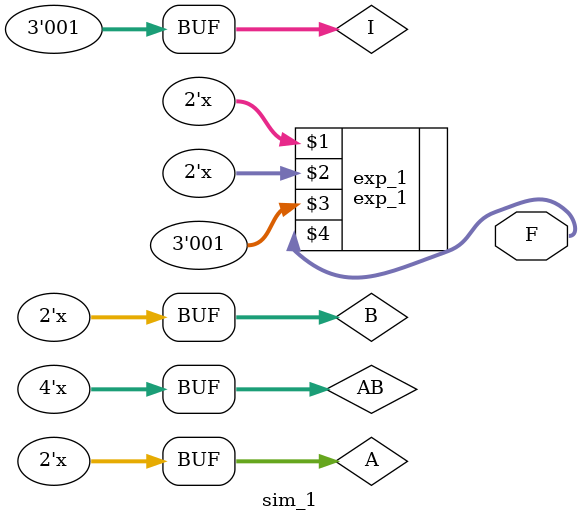
<source format=v>
`timescale 1ns / 1ps


module sim_1(
    output [2:0] F
    );
            
    reg [1:0] A;
    reg [1:0] B;
    reg [3:0] AB;
    reg [2:0] I;
        
    initial
    begin
        AB = 4'b0000;
        A = AB[3:2];
        B = AB[1:0];
        I = 3'b001;
    end
    always #20
    begin
        AB = AB + 1;
        A = AB[3:2];
        B = AB[1:0];
    end
    exp_1 exp_1(A, B, I, F);
endmodule

</source>
